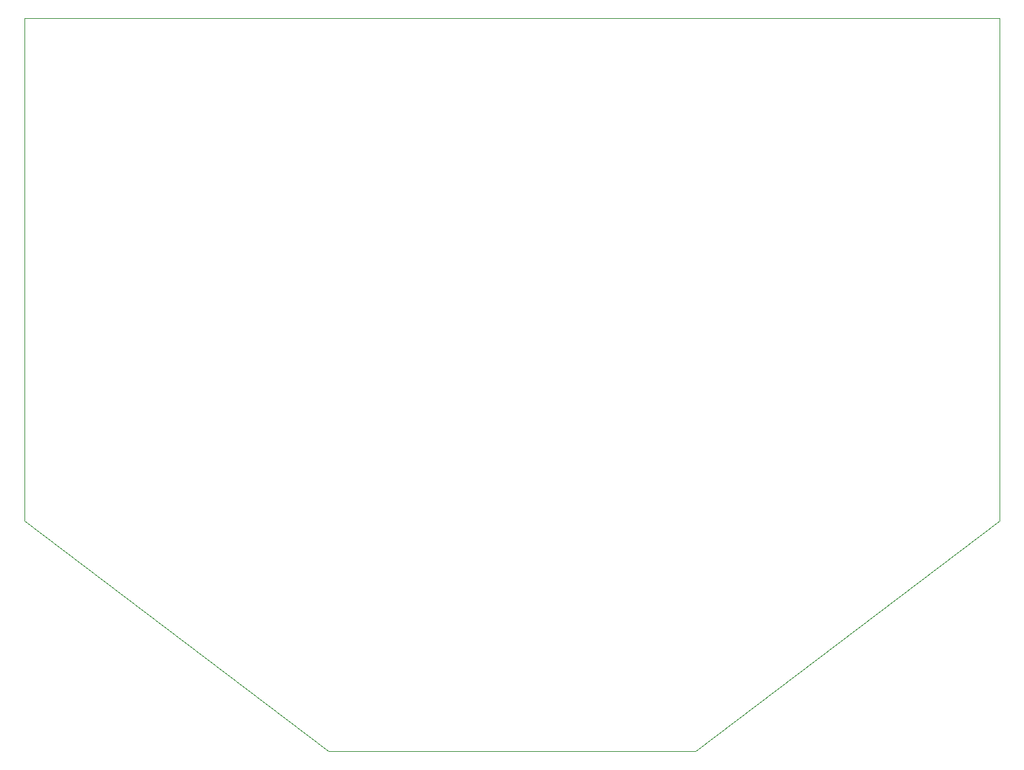
<source format=gbr>
%TF.GenerationSoftware,KiCad,Pcbnew,5.1.7-a382d34a8~87~ubuntu20.04.1*%
%TF.CreationDate,2020-10-16T12:11:00-03:00*%
%TF.ProjectId,cronometro-conta-para-zera,63726f6e-6f6d-4657-9472-6f2d636f6e74,rev?*%
%TF.SameCoordinates,Original*%
%TF.FileFunction,Profile,NP*%
%FSLAX46Y46*%
G04 Gerber Fmt 4.6, Leading zero omitted, Abs format (unit mm)*
G04 Created by KiCad (PCBNEW 5.1.7-a382d34a8~87~ubuntu20.04.1) date 2020-10-16 12:11:00*
%MOMM*%
%LPD*%
G01*
G04 APERTURE LIST*
%TA.AperFunction,Profile*%
%ADD10C,0.050000*%
%TD*%
G04 APERTURE END LIST*
D10*
X245110000Y-83820000D02*
X208280000Y-111760000D01*
X163830000Y-111760000D02*
X127000000Y-83820000D01*
X127000000Y-83820000D02*
X127000000Y-22860000D01*
X208280000Y-111760000D02*
X163830000Y-111760000D01*
X245110000Y-22860000D02*
X245110000Y-83820000D01*
X127000000Y-22860000D02*
X245110000Y-22860000D01*
M02*

</source>
